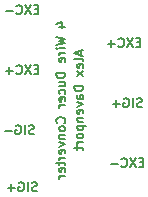
<source format=gbr>
G04 #@! TF.GenerationSoftware,KiCad,Pcbnew,(5.1.6)-1*
G04 #@! TF.CreationDate,2020-09-18T14:42:58-04:00*
G04 #@! TF.ProjectId,4wireadapter,34776972-6561-4646-9170-7465722e6b69,rev?*
G04 #@! TF.SameCoordinates,Original*
G04 #@! TF.FileFunction,Legend,Bot*
G04 #@! TF.FilePolarity,Positive*
%FSLAX46Y46*%
G04 Gerber Fmt 4.6, Leading zero omitted, Abs format (unit mm)*
G04 Created by KiCad (PCBNEW (5.1.6)-1) date 2020-09-18 14:42:58*
%MOMM*%
%LPD*%
G01*
G04 APERTURE LIST*
%ADD10C,0.190500*%
G04 APERTURE END LIST*
D10*
X169799000Y-76889428D02*
X169799000Y-77252285D01*
X170016714Y-76816857D02*
X169254714Y-77070857D01*
X170016714Y-77324857D01*
X170016714Y-77687714D02*
X169980428Y-77615142D01*
X169907857Y-77578857D01*
X169254714Y-77578857D01*
X169980428Y-78268285D02*
X170016714Y-78195714D01*
X170016714Y-78050571D01*
X169980428Y-77978000D01*
X169907857Y-77941714D01*
X169617571Y-77941714D01*
X169545000Y-77978000D01*
X169508714Y-78050571D01*
X169508714Y-78195714D01*
X169545000Y-78268285D01*
X169617571Y-78304571D01*
X169690142Y-78304571D01*
X169762714Y-77941714D01*
X170016714Y-78558571D02*
X169508714Y-78957714D01*
X169508714Y-78558571D02*
X170016714Y-78957714D01*
X170016714Y-79828571D02*
X169254714Y-79828571D01*
X169254714Y-80010000D01*
X169291000Y-80118857D01*
X169363571Y-80191428D01*
X169436142Y-80227714D01*
X169581285Y-80264000D01*
X169690142Y-80264000D01*
X169835285Y-80227714D01*
X169907857Y-80191428D01*
X169980428Y-80118857D01*
X170016714Y-80010000D01*
X170016714Y-79828571D01*
X170016714Y-80917142D02*
X169617571Y-80917142D01*
X169545000Y-80880857D01*
X169508714Y-80808285D01*
X169508714Y-80663142D01*
X169545000Y-80590571D01*
X169980428Y-80917142D02*
X170016714Y-80844571D01*
X170016714Y-80663142D01*
X169980428Y-80590571D01*
X169907857Y-80554285D01*
X169835285Y-80554285D01*
X169762714Y-80590571D01*
X169726428Y-80663142D01*
X169726428Y-80844571D01*
X169690142Y-80917142D01*
X169508714Y-81207428D02*
X170016714Y-81388857D01*
X169508714Y-81570285D01*
X169980428Y-82150857D02*
X170016714Y-82078285D01*
X170016714Y-81933142D01*
X169980428Y-81860571D01*
X169907857Y-81824285D01*
X169617571Y-81824285D01*
X169545000Y-81860571D01*
X169508714Y-81933142D01*
X169508714Y-82078285D01*
X169545000Y-82150857D01*
X169617571Y-82187142D01*
X169690142Y-82187142D01*
X169762714Y-81824285D01*
X169508714Y-82513714D02*
X170016714Y-82513714D01*
X169581285Y-82513714D02*
X169545000Y-82550000D01*
X169508714Y-82622571D01*
X169508714Y-82731428D01*
X169545000Y-82804000D01*
X169617571Y-82840285D01*
X170016714Y-82840285D01*
X169508714Y-83203142D02*
X170270714Y-83203142D01*
X169545000Y-83203142D02*
X169508714Y-83275714D01*
X169508714Y-83420857D01*
X169545000Y-83493428D01*
X169581285Y-83529714D01*
X169653857Y-83566000D01*
X169871571Y-83566000D01*
X169944142Y-83529714D01*
X169980428Y-83493428D01*
X170016714Y-83420857D01*
X170016714Y-83275714D01*
X169980428Y-83203142D01*
X170016714Y-84001428D02*
X169980428Y-83928857D01*
X169944142Y-83892571D01*
X169871571Y-83856285D01*
X169653857Y-83856285D01*
X169581285Y-83892571D01*
X169545000Y-83928857D01*
X169508714Y-84001428D01*
X169508714Y-84110285D01*
X169545000Y-84182857D01*
X169581285Y-84219142D01*
X169653857Y-84255428D01*
X169871571Y-84255428D01*
X169944142Y-84219142D01*
X169980428Y-84182857D01*
X170016714Y-84110285D01*
X170016714Y-84001428D01*
X170016714Y-84582000D02*
X169508714Y-84582000D01*
X169653857Y-84582000D02*
X169581285Y-84618285D01*
X169545000Y-84654571D01*
X169508714Y-84727142D01*
X169508714Y-84799714D01*
X169508714Y-84944857D02*
X169508714Y-85235142D01*
X169254714Y-85053714D02*
X169907857Y-85053714D01*
X169980428Y-85090000D01*
X170016714Y-85162571D01*
X170016714Y-85235142D01*
X166097857Y-88700428D02*
X165989000Y-88736714D01*
X165807571Y-88736714D01*
X165735000Y-88700428D01*
X165698714Y-88664142D01*
X165662428Y-88591571D01*
X165662428Y-88519000D01*
X165698714Y-88446428D01*
X165735000Y-88410142D01*
X165807571Y-88373857D01*
X165952714Y-88337571D01*
X166025285Y-88301285D01*
X166061571Y-88265000D01*
X166097857Y-88192428D01*
X166097857Y-88119857D01*
X166061571Y-88047285D01*
X166025285Y-88011000D01*
X165952714Y-87974714D01*
X165771285Y-87974714D01*
X165662428Y-88011000D01*
X165335857Y-88736714D02*
X165335857Y-87974714D01*
X164573857Y-88011000D02*
X164646428Y-87974714D01*
X164755285Y-87974714D01*
X164864142Y-88011000D01*
X164936714Y-88083571D01*
X164973000Y-88156142D01*
X165009285Y-88301285D01*
X165009285Y-88410142D01*
X164973000Y-88555285D01*
X164936714Y-88627857D01*
X164864142Y-88700428D01*
X164755285Y-88736714D01*
X164682714Y-88736714D01*
X164573857Y-88700428D01*
X164537571Y-88664142D01*
X164537571Y-88410142D01*
X164682714Y-88410142D01*
X164211000Y-88446428D02*
X163630428Y-88446428D01*
X163920714Y-88736714D02*
X163920714Y-88156142D01*
X165843857Y-83874428D02*
X165735000Y-83910714D01*
X165553571Y-83910714D01*
X165481000Y-83874428D01*
X165444714Y-83838142D01*
X165408428Y-83765571D01*
X165408428Y-83693000D01*
X165444714Y-83620428D01*
X165481000Y-83584142D01*
X165553571Y-83547857D01*
X165698714Y-83511571D01*
X165771285Y-83475285D01*
X165807571Y-83439000D01*
X165843857Y-83366428D01*
X165843857Y-83293857D01*
X165807571Y-83221285D01*
X165771285Y-83185000D01*
X165698714Y-83148714D01*
X165517285Y-83148714D01*
X165408428Y-83185000D01*
X165081857Y-83910714D02*
X165081857Y-83148714D01*
X164319857Y-83185000D02*
X164392428Y-83148714D01*
X164501285Y-83148714D01*
X164610142Y-83185000D01*
X164682714Y-83257571D01*
X164719000Y-83330142D01*
X164755285Y-83475285D01*
X164755285Y-83584142D01*
X164719000Y-83729285D01*
X164682714Y-83801857D01*
X164610142Y-83874428D01*
X164501285Y-83910714D01*
X164428714Y-83910714D01*
X164319857Y-83874428D01*
X164283571Y-83838142D01*
X164283571Y-83584142D01*
X164428714Y-83584142D01*
X163957000Y-83620428D02*
X163376428Y-83620428D01*
X166224857Y-78431571D02*
X165970857Y-78431571D01*
X165862000Y-78830714D02*
X166224857Y-78830714D01*
X166224857Y-78068714D01*
X165862000Y-78068714D01*
X165608000Y-78068714D02*
X165100000Y-78830714D01*
X165100000Y-78068714D02*
X165608000Y-78830714D01*
X164374285Y-78758142D02*
X164410571Y-78794428D01*
X164519428Y-78830714D01*
X164592000Y-78830714D01*
X164700857Y-78794428D01*
X164773428Y-78721857D01*
X164809714Y-78649285D01*
X164846000Y-78504142D01*
X164846000Y-78395285D01*
X164809714Y-78250142D01*
X164773428Y-78177571D01*
X164700857Y-78105000D01*
X164592000Y-78068714D01*
X164519428Y-78068714D01*
X164410571Y-78105000D01*
X164374285Y-78141285D01*
X164047714Y-78540428D02*
X163467142Y-78540428D01*
X163757428Y-78830714D02*
X163757428Y-78250142D01*
X166224857Y-73351571D02*
X165970857Y-73351571D01*
X165862000Y-73750714D02*
X166224857Y-73750714D01*
X166224857Y-72988714D01*
X165862000Y-72988714D01*
X165608000Y-72988714D02*
X165100000Y-73750714D01*
X165100000Y-72988714D02*
X165608000Y-73750714D01*
X164374285Y-73678142D02*
X164410571Y-73714428D01*
X164519428Y-73750714D01*
X164592000Y-73750714D01*
X164700857Y-73714428D01*
X164773428Y-73641857D01*
X164809714Y-73569285D01*
X164846000Y-73424142D01*
X164846000Y-73315285D01*
X164809714Y-73170142D01*
X164773428Y-73097571D01*
X164700857Y-73025000D01*
X164592000Y-72988714D01*
X164519428Y-72988714D01*
X164410571Y-73025000D01*
X164374285Y-73061285D01*
X164047714Y-73460428D02*
X163467142Y-73460428D01*
X175114857Y-86305571D02*
X174860857Y-86305571D01*
X174752000Y-86704714D02*
X175114857Y-86704714D01*
X175114857Y-85942714D01*
X174752000Y-85942714D01*
X174498000Y-85942714D02*
X173990000Y-86704714D01*
X173990000Y-85942714D02*
X174498000Y-86704714D01*
X173264285Y-86632142D02*
X173300571Y-86668428D01*
X173409428Y-86704714D01*
X173482000Y-86704714D01*
X173590857Y-86668428D01*
X173663428Y-86595857D01*
X173699714Y-86523285D01*
X173736000Y-86378142D01*
X173736000Y-86269285D01*
X173699714Y-86124142D01*
X173663428Y-86051571D01*
X173590857Y-85979000D01*
X173482000Y-85942714D01*
X173409428Y-85942714D01*
X173300571Y-85979000D01*
X173264285Y-86015285D01*
X172937714Y-86414428D02*
X172357142Y-86414428D01*
X174987857Y-81588428D02*
X174879000Y-81624714D01*
X174697571Y-81624714D01*
X174625000Y-81588428D01*
X174588714Y-81552142D01*
X174552428Y-81479571D01*
X174552428Y-81407000D01*
X174588714Y-81334428D01*
X174625000Y-81298142D01*
X174697571Y-81261857D01*
X174842714Y-81225571D01*
X174915285Y-81189285D01*
X174951571Y-81153000D01*
X174987857Y-81080428D01*
X174987857Y-81007857D01*
X174951571Y-80935285D01*
X174915285Y-80899000D01*
X174842714Y-80862714D01*
X174661285Y-80862714D01*
X174552428Y-80899000D01*
X174225857Y-81624714D02*
X174225857Y-80862714D01*
X173463857Y-80899000D02*
X173536428Y-80862714D01*
X173645285Y-80862714D01*
X173754142Y-80899000D01*
X173826714Y-80971571D01*
X173863000Y-81044142D01*
X173899285Y-81189285D01*
X173899285Y-81298142D01*
X173863000Y-81443285D01*
X173826714Y-81515857D01*
X173754142Y-81588428D01*
X173645285Y-81624714D01*
X173572714Y-81624714D01*
X173463857Y-81588428D01*
X173427571Y-81552142D01*
X173427571Y-81298142D01*
X173572714Y-81298142D01*
X173101000Y-81334428D02*
X172520428Y-81334428D01*
X172810714Y-81624714D02*
X172810714Y-81044142D01*
X174860857Y-76145571D02*
X174606857Y-76145571D01*
X174498000Y-76544714D02*
X174860857Y-76544714D01*
X174860857Y-75782714D01*
X174498000Y-75782714D01*
X174244000Y-75782714D02*
X173736000Y-76544714D01*
X173736000Y-75782714D02*
X174244000Y-76544714D01*
X173010285Y-76472142D02*
X173046571Y-76508428D01*
X173155428Y-76544714D01*
X173228000Y-76544714D01*
X173336857Y-76508428D01*
X173409428Y-76435857D01*
X173445714Y-76363285D01*
X173482000Y-76218142D01*
X173482000Y-76109285D01*
X173445714Y-75964142D01*
X173409428Y-75891571D01*
X173336857Y-75819000D01*
X173228000Y-75782714D01*
X173155428Y-75782714D01*
X173046571Y-75819000D01*
X173010285Y-75855285D01*
X172683714Y-76254428D02*
X172103142Y-76254428D01*
X172393428Y-76544714D02*
X172393428Y-75964142D01*
X167984714Y-74803000D02*
X168492714Y-74803000D01*
X167694428Y-74621571D02*
X168238714Y-74440142D01*
X168238714Y-74911857D01*
X167730714Y-75710142D02*
X168492714Y-75891571D01*
X167948428Y-76036714D01*
X168492714Y-76181857D01*
X167730714Y-76363285D01*
X168492714Y-76653571D02*
X167984714Y-76653571D01*
X167730714Y-76653571D02*
X167767000Y-76617285D01*
X167803285Y-76653571D01*
X167767000Y-76689857D01*
X167730714Y-76653571D01*
X167803285Y-76653571D01*
X168492714Y-77016428D02*
X167984714Y-77016428D01*
X168129857Y-77016428D02*
X168057285Y-77052714D01*
X168021000Y-77089000D01*
X167984714Y-77161571D01*
X167984714Y-77234142D01*
X168456428Y-77778428D02*
X168492714Y-77705857D01*
X168492714Y-77560714D01*
X168456428Y-77488142D01*
X168383857Y-77451857D01*
X168093571Y-77451857D01*
X168021000Y-77488142D01*
X167984714Y-77560714D01*
X167984714Y-77705857D01*
X168021000Y-77778428D01*
X168093571Y-77814714D01*
X168166142Y-77814714D01*
X168238714Y-77451857D01*
X168492714Y-78721857D02*
X167730714Y-78721857D01*
X167730714Y-78903285D01*
X167767000Y-79012142D01*
X167839571Y-79084714D01*
X167912142Y-79121000D01*
X168057285Y-79157285D01*
X168166142Y-79157285D01*
X168311285Y-79121000D01*
X168383857Y-79084714D01*
X168456428Y-79012142D01*
X168492714Y-78903285D01*
X168492714Y-78721857D01*
X167984714Y-79810428D02*
X168492714Y-79810428D01*
X167984714Y-79483857D02*
X168383857Y-79483857D01*
X168456428Y-79520142D01*
X168492714Y-79592714D01*
X168492714Y-79701571D01*
X168456428Y-79774142D01*
X168420142Y-79810428D01*
X168456428Y-80499857D02*
X168492714Y-80427285D01*
X168492714Y-80282142D01*
X168456428Y-80209571D01*
X168420142Y-80173285D01*
X168347571Y-80137000D01*
X168129857Y-80137000D01*
X168057285Y-80173285D01*
X168021000Y-80209571D01*
X167984714Y-80282142D01*
X167984714Y-80427285D01*
X168021000Y-80499857D01*
X168456428Y-81116714D02*
X168492714Y-81044142D01*
X168492714Y-80899000D01*
X168456428Y-80826428D01*
X168383857Y-80790142D01*
X168093571Y-80790142D01*
X168021000Y-80826428D01*
X167984714Y-80899000D01*
X167984714Y-81044142D01*
X168021000Y-81116714D01*
X168093571Y-81153000D01*
X168166142Y-81153000D01*
X168238714Y-80790142D01*
X168492714Y-81479571D02*
X167984714Y-81479571D01*
X168129857Y-81479571D02*
X168057285Y-81515857D01*
X168021000Y-81552142D01*
X167984714Y-81624714D01*
X167984714Y-81697285D01*
X168420142Y-82967285D02*
X168456428Y-82931000D01*
X168492714Y-82822142D01*
X168492714Y-82749571D01*
X168456428Y-82640714D01*
X168383857Y-82568142D01*
X168311285Y-82531857D01*
X168166142Y-82495571D01*
X168057285Y-82495571D01*
X167912142Y-82531857D01*
X167839571Y-82568142D01*
X167767000Y-82640714D01*
X167730714Y-82749571D01*
X167730714Y-82822142D01*
X167767000Y-82931000D01*
X167803285Y-82967285D01*
X168492714Y-83402714D02*
X168456428Y-83330142D01*
X168420142Y-83293857D01*
X168347571Y-83257571D01*
X168129857Y-83257571D01*
X168057285Y-83293857D01*
X168021000Y-83330142D01*
X167984714Y-83402714D01*
X167984714Y-83511571D01*
X168021000Y-83584142D01*
X168057285Y-83620428D01*
X168129857Y-83656714D01*
X168347571Y-83656714D01*
X168420142Y-83620428D01*
X168456428Y-83584142D01*
X168492714Y-83511571D01*
X168492714Y-83402714D01*
X167984714Y-83983285D02*
X168492714Y-83983285D01*
X168057285Y-83983285D02*
X168021000Y-84019571D01*
X167984714Y-84092142D01*
X167984714Y-84201000D01*
X168021000Y-84273571D01*
X168093571Y-84309857D01*
X168492714Y-84309857D01*
X167984714Y-84600142D02*
X168492714Y-84781571D01*
X167984714Y-84963000D01*
X168456428Y-85543571D02*
X168492714Y-85471000D01*
X168492714Y-85325857D01*
X168456428Y-85253285D01*
X168383857Y-85217000D01*
X168093571Y-85217000D01*
X168021000Y-85253285D01*
X167984714Y-85325857D01*
X167984714Y-85471000D01*
X168021000Y-85543571D01*
X168093571Y-85579857D01*
X168166142Y-85579857D01*
X168238714Y-85217000D01*
X168492714Y-85906428D02*
X167984714Y-85906428D01*
X168129857Y-85906428D02*
X168057285Y-85942714D01*
X168021000Y-85979000D01*
X167984714Y-86051571D01*
X167984714Y-86124142D01*
X167984714Y-86269285D02*
X167984714Y-86559571D01*
X167730714Y-86378142D02*
X168383857Y-86378142D01*
X168456428Y-86414428D01*
X168492714Y-86487000D01*
X168492714Y-86559571D01*
X168456428Y-87103857D02*
X168492714Y-87031285D01*
X168492714Y-86886142D01*
X168456428Y-86813571D01*
X168383857Y-86777285D01*
X168093571Y-86777285D01*
X168021000Y-86813571D01*
X167984714Y-86886142D01*
X167984714Y-87031285D01*
X168021000Y-87103857D01*
X168093571Y-87140142D01*
X168166142Y-87140142D01*
X168238714Y-86777285D01*
X168492714Y-87466714D02*
X167984714Y-87466714D01*
X168129857Y-87466714D02*
X168057285Y-87503000D01*
X168021000Y-87539285D01*
X167984714Y-87611857D01*
X167984714Y-87684428D01*
M02*

</source>
